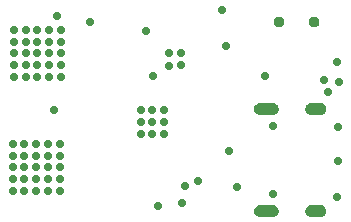
<source format=gbr>
%TF.GenerationSoftware,KiCad,Pcbnew,6.0.10-86aedd382b~118~ubuntu20.04.1*%
%TF.CreationDate,2023-02-01T15:39:36-08:00*%
%TF.ProjectId,CAD,4341442e-6b69-4636-9164-5f7063625858,rev?*%
%TF.SameCoordinates,Original*%
%TF.FileFunction,Soldermask,Bot*%
%TF.FilePolarity,Negative*%
%FSLAX46Y46*%
G04 Gerber Fmt 4.6, Leading zero omitted, Abs format (unit mm)*
G04 Created by KiCad (PCBNEW 6.0.10-86aedd382b~118~ubuntu20.04.1) date 2023-02-01 15:39:36*
%MOMM*%
%LPD*%
G01*
G04 APERTURE LIST*
%ADD10C,0.951987*%
%ADD11C,0.712000*%
%ADD12C,0.702000*%
G04 APERTURE END LIST*
%TO.C,U8*%
G36*
X86164912Y-149598355D02*
G01*
X86244638Y-149622539D01*
X86318114Y-149661813D01*
X86382516Y-149714666D01*
X86435369Y-149779068D01*
X86474643Y-149852544D01*
X86498827Y-149932270D01*
X86506994Y-150015182D01*
X86498827Y-150098094D01*
X86474643Y-150177820D01*
X86435369Y-150251296D01*
X86382516Y-150315698D01*
X86318114Y-150368551D01*
X86244638Y-150407825D01*
X86164912Y-150432009D01*
X86082000Y-150440176D01*
X85999088Y-150432009D01*
X85919362Y-150407825D01*
X85845886Y-150368551D01*
X85781484Y-150315698D01*
X85728631Y-150251296D01*
X85689357Y-150177820D01*
X85665173Y-150098094D01*
X85657007Y-150015182D01*
X85665173Y-149932270D01*
X85689357Y-149852544D01*
X85728631Y-149779068D01*
X85781484Y-149714666D01*
X85845886Y-149661813D01*
X85919362Y-149622539D01*
X85999088Y-149598355D01*
X86082000Y-149590188D01*
X86164912Y-149598355D01*
G37*
G36*
X83164912Y-149598355D02*
G01*
X83244638Y-149622539D01*
X83318114Y-149661813D01*
X83382516Y-149714666D01*
X83435369Y-149779068D01*
X83474643Y-149852544D01*
X83498827Y-149932270D01*
X83506993Y-150015182D01*
X83498827Y-150098094D01*
X83474643Y-150177820D01*
X83435369Y-150251296D01*
X83382516Y-150315698D01*
X83318114Y-150368551D01*
X83244638Y-150407825D01*
X83164912Y-150432009D01*
X83082000Y-150440176D01*
X82999088Y-150432009D01*
X82919362Y-150407825D01*
X82845886Y-150368551D01*
X82781484Y-150315698D01*
X82728631Y-150251296D01*
X82689357Y-150177820D01*
X82665173Y-150098094D01*
X82657006Y-150015182D01*
X82665173Y-149932270D01*
X82689357Y-149852544D01*
X82728631Y-149779068D01*
X82781484Y-149714666D01*
X82845886Y-149661813D01*
X82919362Y-149622539D01*
X82999088Y-149598355D01*
X83082000Y-149590188D01*
X83164912Y-149598355D01*
G37*
%TO.C,J1*%
G36*
X86690545Y-156844107D02*
G01*
X86784342Y-156872560D01*
X86870785Y-156918765D01*
X86946553Y-156980947D01*
X87008735Y-157056715D01*
X87054940Y-157143158D01*
X87083393Y-157236955D01*
X87093000Y-157334500D01*
X87083393Y-157432045D01*
X87054940Y-157525842D01*
X87008735Y-157612285D01*
X86946553Y-157688053D01*
X86870785Y-157750235D01*
X86784342Y-157796440D01*
X86690545Y-157824893D01*
X86593000Y-157834500D01*
X85793000Y-157834500D01*
X85695455Y-157824893D01*
X85601658Y-157796440D01*
X85515215Y-157750235D01*
X85439447Y-157688053D01*
X85377265Y-157612285D01*
X85331060Y-157525842D01*
X85302607Y-157432045D01*
X85293000Y-157334500D01*
X85302607Y-157236955D01*
X85331060Y-157143158D01*
X85377265Y-157056715D01*
X85439447Y-156980947D01*
X85515215Y-156918765D01*
X85601658Y-156872560D01*
X85695455Y-156844107D01*
X85793000Y-156834500D01*
X86593000Y-156834500D01*
X86690545Y-156844107D01*
G37*
G36*
X82660545Y-156844107D02*
G01*
X82754342Y-156872560D01*
X82840785Y-156918765D01*
X82916553Y-156980947D01*
X82978735Y-157056715D01*
X83024940Y-157143158D01*
X83053393Y-157236955D01*
X83063000Y-157334500D01*
X83053393Y-157432045D01*
X83024940Y-157525842D01*
X82978735Y-157612285D01*
X82916553Y-157688053D01*
X82840785Y-157750235D01*
X82754342Y-157796440D01*
X82660545Y-157824893D01*
X82563000Y-157834500D01*
X81463000Y-157834500D01*
X81365455Y-157824893D01*
X81271658Y-157796440D01*
X81185215Y-157750235D01*
X81109447Y-157688053D01*
X81047265Y-157612285D01*
X81001060Y-157525842D01*
X80972607Y-157432045D01*
X80963000Y-157334500D01*
X80972607Y-157236955D01*
X81001060Y-157143158D01*
X81047265Y-157056715D01*
X81109447Y-156980947D01*
X81185215Y-156918765D01*
X81271658Y-156872560D01*
X81365455Y-156844107D01*
X81463000Y-156834500D01*
X82563000Y-156834500D01*
X82660545Y-156844107D01*
G37*
G36*
X86690545Y-165484107D02*
G01*
X86784342Y-165512560D01*
X86870785Y-165558765D01*
X86946553Y-165620947D01*
X87008735Y-165696715D01*
X87054940Y-165783158D01*
X87083393Y-165876955D01*
X87093000Y-165974500D01*
X87083393Y-166072045D01*
X87054940Y-166165842D01*
X87008735Y-166252285D01*
X86946553Y-166328053D01*
X86870785Y-166390235D01*
X86784342Y-166436440D01*
X86690545Y-166464893D01*
X86593000Y-166474500D01*
X85793000Y-166474500D01*
X85695455Y-166464893D01*
X85601658Y-166436440D01*
X85515215Y-166390235D01*
X85439447Y-166328053D01*
X85377265Y-166252285D01*
X85331060Y-166165842D01*
X85302607Y-166072045D01*
X85293000Y-165974500D01*
X85302607Y-165876955D01*
X85331060Y-165783158D01*
X85377265Y-165696715D01*
X85439447Y-165620947D01*
X85515215Y-165558765D01*
X85601658Y-165512560D01*
X85695455Y-165484107D01*
X85793000Y-165474500D01*
X86593000Y-165474500D01*
X86690545Y-165484107D01*
G37*
G36*
X82660545Y-165484107D02*
G01*
X82754342Y-165512560D01*
X82840785Y-165558765D01*
X82916553Y-165620947D01*
X82978735Y-165696715D01*
X83024940Y-165783158D01*
X83053393Y-165876955D01*
X83063000Y-165974500D01*
X83053393Y-166072045D01*
X83024940Y-166165842D01*
X82978735Y-166252285D01*
X82916553Y-166328053D01*
X82840785Y-166390235D01*
X82754342Y-166436440D01*
X82660545Y-166464893D01*
X82563000Y-166474500D01*
X81463000Y-166474500D01*
X81365455Y-166464893D01*
X81271658Y-166436440D01*
X81185215Y-166390235D01*
X81109447Y-166328053D01*
X81047265Y-166252285D01*
X81001060Y-166165842D01*
X80972607Y-166072045D01*
X80963000Y-165974500D01*
X80972607Y-165876955D01*
X81001060Y-165783158D01*
X81047265Y-165696715D01*
X81109447Y-165620947D01*
X81185215Y-165558765D01*
X81271658Y-165512560D01*
X81365455Y-165484107D01*
X81463000Y-165474500D01*
X82563000Y-165474500D01*
X82660545Y-165484107D01*
G37*
%TD*%
D10*
%TO.C,U8*%
X83082000Y-150015182D03*
X86082000Y-150015182D03*
%TD*%
D11*
%TO.C,J1*%
X82543000Y-158764500D03*
X82543000Y-164544500D03*
%TD*%
D12*
X79502000Y-163931600D03*
X64312800Y-149504400D03*
X64008000Y-157480000D03*
X75133200Y-163880800D03*
X72847200Y-165557200D03*
X88087200Y-158851600D03*
X87985600Y-164795200D03*
X87274400Y-155956000D03*
X88087200Y-161747200D03*
X88138000Y-155092400D03*
X78282800Y-148945600D03*
X74879200Y-165303200D03*
X76200000Y-163474400D03*
X71807969Y-150751169D03*
X67056000Y-149987000D03*
X88011000Y-153416000D03*
X86868000Y-154940000D03*
X72390000Y-154559000D03*
X73797000Y-153680000D03*
X74803000Y-153670000D03*
X74803000Y-152654000D03*
X73787000Y-152654000D03*
X73374000Y-159480000D03*
X72374000Y-159480000D03*
X71374000Y-159480000D03*
X73374000Y-158480000D03*
X72374000Y-158480000D03*
X71374000Y-158480000D03*
X73374000Y-157480000D03*
X72374000Y-157480000D03*
X71374000Y-157480000D03*
X61523936Y-160298063D03*
X62523936Y-160298063D03*
X63523936Y-164298063D03*
X61523936Y-162298063D03*
X64627000Y-153654000D03*
X60627000Y-152654000D03*
X60523936Y-161298063D03*
X64523936Y-161298063D03*
X61627000Y-151654000D03*
X62523936Y-162298063D03*
X64627000Y-152654000D03*
X63523936Y-162298063D03*
X78867000Y-160909000D03*
X60523936Y-164298063D03*
X64523936Y-164298063D03*
X62523936Y-161298063D03*
X62627000Y-150654000D03*
X64627000Y-150654000D03*
X60627000Y-153654000D03*
X60627000Y-150654000D03*
X63627000Y-150654000D03*
X61523936Y-163298063D03*
X61523936Y-164298063D03*
X61627000Y-154654000D03*
X60627000Y-151654000D03*
X64523936Y-160298063D03*
X63523936Y-163298063D03*
X63627000Y-152654000D03*
X63627000Y-154654000D03*
X60523936Y-162298063D03*
X62627000Y-151654000D03*
X60523936Y-160298063D03*
X61627000Y-153654000D03*
X60627000Y-154654000D03*
X63523936Y-160298063D03*
X62627000Y-154654000D03*
X62523936Y-164298063D03*
X61627000Y-152654000D03*
X61627000Y-150654000D03*
X62627000Y-152654000D03*
X62627000Y-153654000D03*
X61523936Y-161298063D03*
X64627000Y-154654000D03*
X64523936Y-163298063D03*
X63627000Y-153654000D03*
X62523936Y-163298063D03*
X78613000Y-152019000D03*
X63523936Y-161298063D03*
X63627000Y-151654000D03*
X64523936Y-162298063D03*
X64627000Y-151654000D03*
X60523936Y-163298063D03*
X81915000Y-154559000D03*
M02*

</source>
